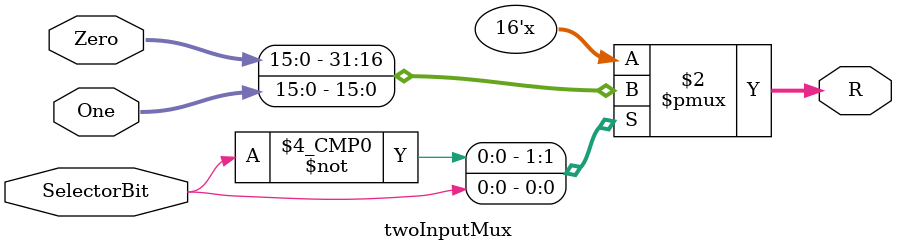
<source format=v>
`timescale 1ns / 1ps
module twoInputMux(
    input [15:0] Zero,
    input [15:0] One,
    output reg [15:0] R,
    input SelectorBit
    );

always@(Zero or One or SelectorBit)
case(SelectorBit)
1'b0	:	R = Zero;
1'b1	:	R = One;

endcase


endmodule

</source>
